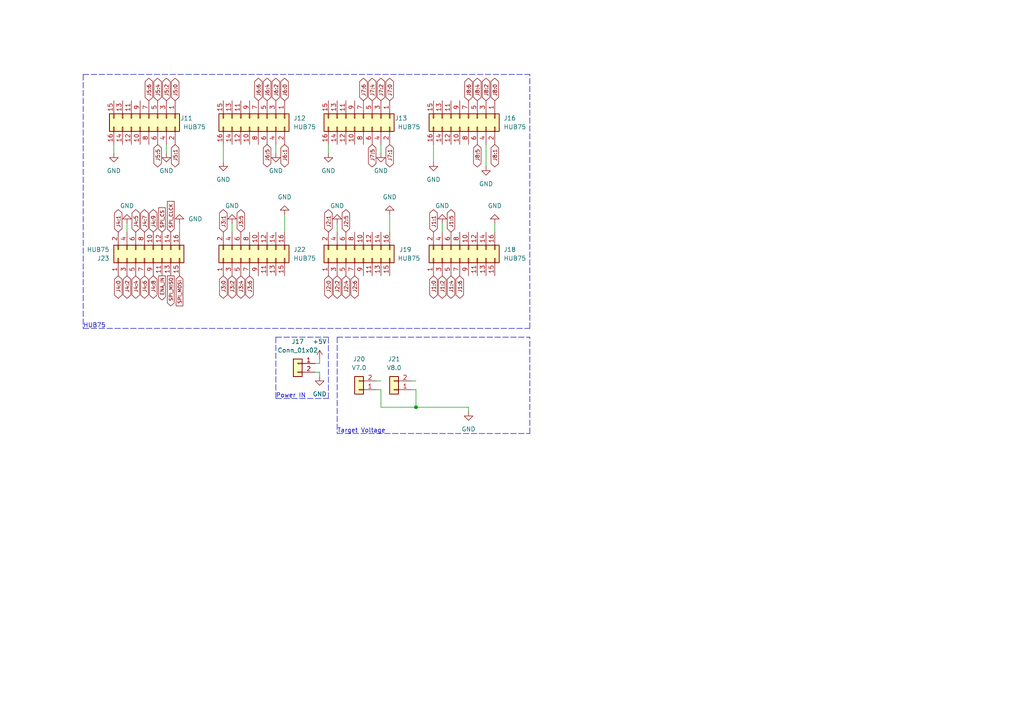
<source format=kicad_sch>
(kicad_sch (version 20230121) (generator eeschema)
  (paper "A4")
  (lib_symbols
    (symbol "Connector_Generic:Conn_01x02" (pin_names hide)
      (property "Reference" "J" (at 0 2.54 0))
      (property "Value" "Conn_01x02" (at 0 -5.08 0))
      (symbol "Conn_01x02_1_1"
        (rectangle (start -1.27 -2.413) (end 0 -2.667))
        (rectangle (start -1.27 0.127) (end 0 -0.127))
        (rectangle (start -1.27 1.27) (end 1.27 -3.81) (stroke (width 0.254)) (fill (type background)))
        (pin passive line (at -5.08 0 0) (length 3.81) (name "Pin_1") (number "1"))
        (pin passive line (at -5.08 -2.54 0) (length 3.81) (name "Pin_2") (number "2"))
      )
    )
    (symbol "Connector_Generic:Conn_02x08_Odd_Even" (pin_names hide)
      (property "Reference" "J" (at 1.27 10.16 0))
      (property "Value" "Conn_02x08_Odd_Even" (at 1.27 -12.7 0))
      (symbol "Conn_02x08_Odd_Even_1_1"
        (rectangle (start -1.27 -10.033) (end 0 -10.287))
        (rectangle (start -1.27 -7.493) (end 0 -7.747))
        (rectangle (start -1.27 -4.953) (end 0 -5.207))
        (rectangle (start -1.27 -2.413) (end 0 -2.667))
        (rectangle (start -1.27 0.127) (end 0 -0.127))
        (rectangle (start -1.27 2.667) (end 0 2.413))
        (rectangle (start -1.27 5.207) (end 0 4.953))
        (rectangle (start -1.27 7.747) (end 0 7.493))
        (rectangle (start -1.27 8.89) (end 3.81 -11.43) (stroke (width 0.254)) (fill (type background)))
        (rectangle (start 3.81 -10.033) (end 2.54 -10.287))
        (rectangle (start 3.81 -7.493) (end 2.54 -7.747))
        (rectangle (start 3.81 -4.953) (end 2.54 -5.207))
        (rectangle (start 3.81 -2.413) (end 2.54 -2.667))
        (rectangle (start 3.81 0.127) (end 2.54 -0.127))
        (rectangle (start 3.81 2.667) (end 2.54 2.413))
        (rectangle (start 3.81 5.207) (end 2.54 4.953))
        (rectangle (start 3.81 7.747) (end 2.54 7.493))
        (pin passive line (at -5.08 7.62 0) (length 3.81) (name "Pin_1") (number "1"))
        (pin passive line (at 7.62 -2.54 180) (length 3.81) (name "Pin_10") (number "10"))
        (pin passive line (at -5.08 -5.08 0) (length 3.81) (name "Pin_11") (number "11"))
        (pin passive line (at 7.62 -5.08 180) (length 3.81) (name "Pin_12") (number "12"))
        (pin passive line (at -5.08 -7.62 0) (length 3.81) (name "Pin_13") (number "13"))
        (pin passive line (at 7.62 -7.62 180) (length 3.81) (name "Pin_14") (number "14"))
        (pin passive line (at -5.08 -10.16 0) (length 3.81) (name "Pin_15") (number "15"))
        (pin passive line (at 7.62 -10.16 180) (length 3.81) (name "Pin_16") (number "16"))
        (pin passive line (at 7.62 7.62 180) (length 3.81) (name "Pin_2") (number "2"))
        (pin passive line (at -5.08 5.08 0) (length 3.81) (name "Pin_3") (number "3"))
        (pin passive line (at 7.62 5.08 180) (length 3.81) (name "Pin_4") (number "4"))
        (pin passive line (at -5.08 2.54 0) (length 3.81) (name "Pin_5") (number "5"))
        (pin passive line (at 7.62 2.54 180) (length 3.81) (name "Pin_6") (number "6"))
        (pin passive line (at -5.08 0 0) (length 3.81) (name "Pin_7") (number "7"))
        (pin passive line (at 7.62 0 180) (length 3.81) (name "Pin_8") (number "8"))
        (pin passive line (at -5.08 -2.54 0) (length 3.81) (name "Pin_9") (number "9"))
      )
    )
    (symbol "power:+5V" (power) (pin_names (offset 0))
      (property "Value" "+5V" (at 0 3.556 0))
      (symbol "+5V_0_1"
        (polyline (pts (xy -0.762 1.27) (xy 0 2.54)))
        (polyline (pts (xy 0 0) (xy 0 2.54)))
        (polyline (pts (xy 0 2.54) (xy 0.762 1.27)))
      )
      (symbol "+5V_1_1"
        (pin power_in line (at 0 0 90) (length 0) hide (name "+5V") (number "1"))
      )
    )
    (symbol "power:GND" (power) (pin_names (offset 0))
      (property "Value" "GND" (at 0 -3.81 0))
      (symbol "GND_0_1"
        (polyline (pts (xy 0 0) (xy 0 -1.27) (xy 1.27 -1.27) (xy 0 -2.54) (xy -1.27 -1.27) (xy 0 -1.27)))
      )
      (symbol "GND_1_1"
        (pin power_in line (at 0 0 270) (length 0) hide (name "GND") (number "1"))
      )
    )
  )
  (junction (at 120.65 118.11))
  (polyline (pts (xy 97.79 97.79) (xy 153.67 97.79)) (stroke (width 0) (type dash)))
  (wire (pts (xy 92.71 107.95) (xy 91.44 107.95)))
  (polyline (pts (xy 95.25 115.57) (xy 95.25 97.79)) (stroke (width 0) (type dash)))
  (polyline (pts (xy 153.67 125.73) (xy 153.67 97.79)) (stroke (width 0) (type dash)))
  (wire (pts (xy 110.49 41.91) (xy 110.49 44.45)))
  (wire (pts (xy 119.38 113.03) (xy 120.65 113.03)))
  (wire (pts (xy 64.77 41.91) (xy 64.77 46.99)))
  (polyline (pts (xy 24.13 95.25) (xy 153.67 95.25)) (stroke (width 0) (type dash)))
  (wire (pts (xy 97.79 67.31) (xy 97.79 64.77)))
  (wire (pts (xy 82.55 67.31) (xy 82.55 62.23)))
  (wire (pts (xy 33.02 41.91) (xy 33.02 44.45)))
  (wire (pts (xy 119.38 110.49) (xy 120.65 110.49)))
  (wire (pts (xy 140.97 41.91) (xy 140.97 48.26)))
  (wire (pts (xy 36.83 67.31) (xy 36.83 64.77)))
  (wire (pts (xy 95.25 41.91) (xy 95.25 44.45)))
  (polyline (pts (xy 24.13 21.59) (xy 153.67 21.59)) (stroke (width 0) (type dash)))
  (wire (pts (xy 80.01 41.91) (xy 80.01 44.45)))
  (wire (pts (xy 143.51 64.77) (xy 143.51 67.31)))
  (polyline (pts (xy 80.01 97.79) (xy 95.25 97.79)) (stroke (width 0) (type dash)))
  (polyline (pts (xy 97.79 97.79) (xy 97.79 125.73)) (stroke (width 0) (type dash)))
  (wire (pts (xy 113.03 67.31) (xy 113.03 62.23)))
  (wire (pts (xy 110.49 118.11) (xy 120.65 118.11)))
  (wire (pts (xy 120.65 118.11) (xy 135.89 118.11)))
  (wire (pts (xy 67.31 67.31) (xy 67.31 64.77)))
  (wire (pts (xy 92.71 107.95) (xy 92.71 109.22)))
  (polyline (pts (xy 24.13 21.59) (xy 24.13 95.25)) (stroke (width 0) (type dash)))
  (wire (pts (xy 128.27 64.77) (xy 128.27 67.31)))
  (polyline (pts (xy 80.01 115.57) (xy 95.25 115.57)) (stroke (width 0) (type dash)))
  (wire (pts (xy 110.49 118.11) (xy 110.49 113.03)))
  (wire (pts (xy 120.65 113.03) (xy 120.65 118.11)))
  (wire (pts (xy 109.22 110.49) (xy 110.49 110.49)))
  (wire (pts (xy 135.89 118.11) (xy 135.89 119.38)))
  (wire (pts (xy 92.71 105.41) (xy 91.44 105.41)))
  (wire (pts (xy 48.26 41.91) (xy 48.26 44.45)))
  (polyline (pts (xy 97.79 125.73) (xy 153.67 125.73)) (stroke (width 0) (type dash)))
  (wire (pts (xy 52.07 67.31) (xy 52.07 64.77)))
  (polyline (pts (xy 80.01 97.79) (xy 80.01 115.57)) (stroke (width 0) (type dash)))
  (wire (pts (xy 125.73 41.91) (xy 125.73 46.99)))
  (polyline (pts (xy 153.67 95.25) (xy 153.67 21.59)) (stroke (width 0) (type dash)))
  (wire (pts (xy 109.22 113.03) (xy 110.49 113.03)))
  (wire (pts (xy 92.71 104.14) (xy 92.71 105.41)))
  (text "Power IN" (at 80.01 115.57 0) (effects (font (size 1.27 1.27)) (justify left bottom)))
  (text "HUB75" (at 24.13 95.25 0) (effects (font (size 1.27 1.27)) (justify left bottom)))
  (text "Target Voltage" (at 97.79 125.73 0) (effects (font (size 1.27 1.27)) (justify left bottom)))
  (global_label "J7:0" (shape bidirectional) (at 113.03 29.21 90) (effects (font (size 1.1 1.1))) (property "Intersheetrefs" "${INTERSHEET_REFS}" (effects hide)))
  (global_label "J8:5" (shape bidirectional) (at 138.43 41.91 270) (effects (font (size 1.1 1.1))) (property "Intersheetrefs" "${INTERSHEET_REFS}" (effects hide)))
  (global_label "J2:2" (shape bidirectional) (at 97.79 80.01 270) (effects (font (size 1.1 1.1))) (property "Intersheetrefs" "${INTERSHEET_REFS}" (effects hide)))
  (global_label "J5:2" (shape bidirectional) (at 48.26 29.21 90) (effects (font (size 1.1 1.1))) (property "Intersheetrefs" "${INTERSHEET_REFS}" (effects hide)))
  (global_label "J4:8" (shape bidirectional) (at 44.45 80.01 270) (effects (font (size 1.1 1.1))) (property "Intersheetrefs" "${INTERSHEET_REFS}" (effects hide)))
  (global_label "J7:1" (shape bidirectional) (at 113.03 41.91 270) (effects (font (size 1.1 1.1))) (property "Intersheetrefs" "${INTERSHEET_REFS}" (effects hide)))
  (global_label "SPI_CS" (shape input) (at 46.99 67.31 90) (effects (font (size 1 1))) (property "Intersheetrefs" "${INTERSHEET_REFS}" (effects hide)))
  (global_label "J7:5" (shape bidirectional) (at 107.95 41.91 270) (effects (font (size 1.1 1.1))) (property "Intersheetrefs" "${INTERSHEET_REFS}" (effects hide)))
  (global_label "J5:0" (shape bidirectional) (at 50.8 29.21 90) (effects (font (size 1.1 1.1))) (property "Intersheetrefs" "${INTERSHEET_REFS}" (effects hide)))
  (global_label "J4:1" (shape bidirectional) (at 34.29 67.31 90) (effects (font (size 1.1 1.1))) (property "Intersheetrefs" "${INTERSHEET_REFS}" (effects hide)))
  (global_label "J6:5" (shape bidirectional) (at 77.47 41.91 270) (effects (font (size 1.1 1.1))) (property "Intersheetrefs" "${INTERSHEET_REFS}" (effects hide)))
  (global_label "J3:5" (shape bidirectional) (at 69.85 67.31 90) (effects (font (size 1.1 1.1))) (property "Intersheetrefs" "${INTERSHEET_REFS}" (effects hide)))
  (global_label "J7:2" (shape bidirectional) (at 110.49 29.21 90) (effects (font (size 1.1 1.1))) (property "Intersheetrefs" "${INTERSHEET_REFS}" (effects hide)))
  (global_label "J1:0" (shape bidirectional) (at 125.73 80.01 270) (effects (font (size 1.1 1.1))) (property "Intersheetrefs" "${INTERSHEET_REFS}" (effects hide)))
  (global_label "J5:1" (shape bidirectional) (at 50.8 41.91 270) (effects (font (size 1.1 1.1))) (property "Intersheetrefs" "${INTERSHEET_REFS}" (effects hide)))
  (global_label "J4:0" (shape bidirectional) (at 34.29 80.01 270) (effects (font (size 1.1 1.1))) (property "Intersheetrefs" "${INTERSHEET_REFS}" (effects hide)))
  (global_label "SPI_MISO" (shape output) (at 49.53 80.01 270) (effects (font (size 1 1))) (property "Intersheetrefs" "${INTERSHEET_REFS}" (effects hide)))
  (global_label "J4:6" (shape bidirectional) (at 41.91 80.01 270) (effects (font (size 1.1 1.1))) (property "Intersheetrefs" "${INTERSHEET_REFS}" (effects hide)))
  (global_label "J6:1" (shape bidirectional) (at 82.55 41.91 270) (effects (font (size 1.1 1.1))) (property "Intersheetrefs" "${INTERSHEET_REFS}" (effects hide)))
  (global_label "J6:6" (shape bidirectional) (at 74.93 29.21 90) (effects (font (size 1.1 1.1))) (property "Intersheetrefs" "${INTERSHEET_REFS}" (effects hide)))
  (global_label "J2:6" (shape bidirectional) (at 102.87 80.01 270) (effects (font (size 1.1 1.1))) (property "Intersheetrefs" "${INTERSHEET_REFS}" (effects hide)))
  (global_label "J8:6" (shape bidirectional) (at 135.89 29.21 90) (effects (font (size 1.1 1.1))) (property "Intersheetrefs" "${INTERSHEET_REFS}" (effects hide)))
  (global_label "J5:4" (shape bidirectional) (at 45.72 29.21 90) (effects (font (size 1.1 1.1))) (property "Intersheetrefs" "${INTERSHEET_REFS}" (effects hide)))
  (global_label "J8:1" (shape bidirectional) (at 143.51 41.91 270) (effects (font (size 1.1 1.1))) (property "Intersheetrefs" "${INTERSHEET_REFS}" (effects hide)))
  (global_label "J6:0" (shape bidirectional) (at 82.55 29.21 90) (effects (font (size 1.1 1.1))) (property "Intersheetrefs" "${INTERSHEET_REFS}" (effects hide)))
  (global_label "J3:0" (shape bidirectional) (at 64.77 80.01 270) (effects (font (size 1.1 1.1))) (property "Intersheetrefs" "${INTERSHEET_REFS}" (effects hide)))
  (global_label "J3:1" (shape bidirectional) (at 64.77 67.31 90) (effects (font (size 1.1 1.1))) (property "Intersheetrefs" "${INTERSHEET_REFS}" (effects hide)))
  (global_label "J8:2" (shape bidirectional) (at 140.97 29.21 90) (effects (font (size 1.1 1.1))) (property "Intersheetrefs" "${INTERSHEET_REFS}" (effects hide)))
  (global_label "J6:2" (shape bidirectional) (at 80.01 29.21 90) (effects (font (size 1.1 1.1))) (property "Intersheetrefs" "${INTERSHEET_REFS}" (effects hide)))
  (global_label "J4:2" (shape bidirectional) (at 36.83 80.01 270) (effects (font (size 1.1 1.1))) (property "Intersheetrefs" "${INTERSHEET_REFS}" (effects hide)))
  (global_label "J5:6" (shape bidirectional) (at 43.18 29.21 90) (effects (font (size 1.1 1.1))) (property "Intersheetrefs" "${INTERSHEET_REFS}" (effects hide)))
  (global_label "J7:6" (shape bidirectional) (at 105.41 29.21 90) (effects (font (size 1.1 1.1))) (property "Intersheetrefs" "${INTERSHEET_REFS}" (effects hide)))
  (global_label "J3:6" (shape bidirectional) (at 72.39 80.01 270) (effects (font (size 1.1 1.1))) (property "Intersheetrefs" "${INTERSHEET_REFS}" (effects hide)))
  (global_label "J2:5" (shape bidirectional) (at 100.33 67.31 90) (effects (font (size 1.1 1.1))) (property "Intersheetrefs" "${INTERSHEET_REFS}" (effects hide)))
  (global_label "J7:4" (shape bidirectional) (at 107.95 29.21 90) (effects (font (size 1.1 1.1))) (property "Intersheetrefs" "${INTERSHEET_REFS}" (effects hide)))
  (global_label "J8:0" (shape bidirectional) (at 143.51 29.21 90) (effects (font (size 1.1 1.1))) (property "Intersheetrefs" "${INTERSHEET_REFS}" (effects hide)))
  (global_label "SPI_CLCK" (shape input) (at 49.53 67.31 90) (effects (font (size 1 1))) (property "Intersheetrefs" "${INTERSHEET_REFS}" (effects hide)))
  (global_label "SPI_MOSI" (shape input) (at 52.07 80.01 270) (effects (font (size 1 1))) (property "Intersheetrefs" "${INTERSHEET_REFS}" (effects hide)))
  (global_label "J1:1" (shape bidirectional) (at 125.73 67.31 90) (effects (font (size 1.1 1.1))) (property "Intersheetrefs" "${INTERSHEET_REFS}" (effects hide)))
  (global_label "J6:4" (shape bidirectional) (at 77.47 29.21 90) (effects (font (size 1.1 1.1))) (property "Intersheetrefs" "${INTERSHEET_REFS}" (effects hide)))
  (global_label "J3:4" (shape bidirectional) (at 69.85 80.01 270) (effects (font (size 1.1 1.1))) (property "Intersheetrefs" "${INTERSHEET_REFS}" (effects hide)))
  (global_label "J4:7" (shape bidirectional) (at 41.91 67.31 90) (effects (font (size 1.1 1.1))) (property "Intersheetrefs" "${INTERSHEET_REFS}" (effects hide)))
  (global_label "J4:4" (shape bidirectional) (at 39.37 80.01 270) (effects (font (size 1.1 1.1))) (property "Intersheetrefs" "${INTERSHEET_REFS}" (effects hide)))
  (global_label "J1:2" (shape bidirectional) (at 128.27 80.01 270) (effects (font (size 1.1 1.1))) (property "Intersheetrefs" "${INTERSHEET_REFS}" (effects hide)))
  (global_label "J2:0" (shape bidirectional) (at 95.25 80.01 270) (effects (font (size 1.1 1.1))) (property "Intersheetrefs" "${INTERSHEET_REFS}" (effects hide)))
  (global_label "J2:1" (shape bidirectional) (at 95.25 67.31 90) (effects (font (size 1.1 1.1))) (property "Intersheetrefs" "${INTERSHEET_REFS}" (effects hide)))
  (global_label "J1:6" (shape bidirectional) (at 133.35 80.01 270) (effects (font (size 1.1 1.1))) (property "Intersheetrefs" "${INTERSHEET_REFS}" (effects hide)))
  (global_label "ENA_IN" (shape output) (at 46.99 80.01 270) (effects (font (size 1 1))) (property "Intersheetrefs" "${INTERSHEET_REFS}" (effects hide)))
  (global_label "J2:4" (shape bidirectional) (at 100.33 80.01 270) (effects (font (size 1.1 1.1))) (property "Intersheetrefs" "${INTERSHEET_REFS}" (effects hide)))
  (global_label "J1:5" (shape bidirectional) (at 130.81 67.31 90) (effects (font (size 1.1 1.1))) (property "Intersheetrefs" "${INTERSHEET_REFS}" (effects hide)))
  (global_label "J4:5" (shape bidirectional) (at 39.37 67.31 90) (effects (font (size 1.1 1.1))) (property "Intersheetrefs" "${INTERSHEET_REFS}" (effects hide)))
  (global_label "J1:4" (shape bidirectional) (at 130.81 80.01 270) (effects (font (size 1.1 1.1))) (property "Intersheetrefs" "${INTERSHEET_REFS}" (effects hide)))
  (global_label "J5:5" (shape bidirectional) (at 45.72 41.91 270) (effects (font (size 1.1 1.1))) (property "Intersheetrefs" "${INTERSHEET_REFS}" (effects hide)))
  (global_label "J3:2" (shape bidirectional) (at 67.31 80.01 270) (effects (font (size 1.1 1.1))) (property "Intersheetrefs" "${INTERSHEET_REFS}" (effects hide)))
  (global_label "J4:9" (shape bidirectional) (at 44.45 67.31 90) (effects (font (size 1.1 1.1))) (property "Intersheetrefs" "${INTERSHEET_REFS}" (effects hide)))
  (global_label "J8:4" (shape bidirectional) (at 138.43 29.21 90) (effects (font (size 1.1 1.1))) (property "Intersheetrefs" "${INTERSHEET_REFS}" (effects hide)))
  (symbol (lib_id "Connector_Generic:Conn_01x02") (at 86.36 105.41 0) (mirror y) (unit 1)
    (property "Reference" "J17" (at 86.36 99.06 0))
    (property "Value" "Conn_01x02" (at 86.36 101.6 0))
    (property "Footprint" "Connector_Wire:SolderWire-0.5sqmm_1x02_P4.6mm_D0.9mm_OD2.1mm_Relief" (effects hide))
    (instances (project "chubby-hat" (path "" (reference "J17") (unit 1))) (project "HUB75HAT" (path "" (reference "J10") (unit 1))))
  )
  (symbol (lib_id "power:GND") (at 67.31 64.77 180) (unit 1)
    (property "Reference" "#PWR087" (effects hide))
    (property "Value" "GND" (at 67.31 59.69 0))
    (instances (project "chubby-hat" (path "" (reference "#PWR087") (unit 1))) (project "HUB75HAT" (path "" (reference "#PWR049") (unit 1))))
  )
  (symbol (lib_id "power:GND") (at 64.77 46.99 0) (unit 1)
    (property "Reference" "#PWR072" (effects hide))
    (property "Value" "GND" (at 64.77 52.07 0))
    (instances (project "chubby-hat" (path "" (reference "#PWR072") (unit 1))) (project "HUB75HAT" (path "" (reference "#PWR034") (unit 1))))
  )
  (symbol (lib_id "power:GND") (at 92.71 109.22 0) (mirror y) (unit 1)
    (property "Reference" "#PWR082" (effects hide))
    (property "Value" "GND" (at 92.71 114.3 0))
    (instances (project "chubby-hat" (path "" (reference "#PWR082") (unit 1))) (project "HUB75HAT" (path "" (reference "#PWR044") (unit 1))))
  )
  (symbol (lib_id "power:GND") (at 80.01 44.45 0) (unit 1)
    (property "Reference" "#PWR074" (effects hide))
    (property "Value" "GND" (at 80.01 49.53 0))
    (instances (project "chubby-hat" (path "" (reference "#PWR074") (unit 1))) (project "HUB75HAT" (path "" (reference "#PWR036") (unit 1))))
  )
  (symbol (lib_id "Connector_Generic:Conn_02x08_Odd_Even") (at 41.91 74.93 90) (unit 1)
    (property "Reference" "J23" (at 31.75 74.9301 90) (effects (justify left)))
    (property "Value" "HUB75" (at 31.75 72.3901 90) (effects (justify left)))
    (property "Footprint" "Connector_PinSocket_2.54mm:PinSocket_2x08_P2.54mm_Vertical" (effects hide))
    (instances (project "chubby-hat" (path "" (reference "J23") (unit 1))) (project "HUB75HAT" (path "" (reference "J16") (unit 1))))
  )
  (symbol (lib_id "power:GND") (at 125.73 46.99 0) (unit 1)
    (property "Reference" "#PWR076" (effects hide))
    (property "Value" "GND" (at 125.73 52.07 0))
    (instances (project "chubby-hat" (path "" (reference "#PWR076") (unit 1))) (project "HUB75HAT" (path "" (reference "#PWR038") (unit 1))))
  )
  (symbol (lib_id "Connector_Generic:Conn_02x08_Odd_Even") (at 102.87 74.93 90) (unit 1)
    (property "Reference" "J19" (at 119.38 72.39 90) (effects (justify left)))
    (property "Value" "HUB75" (at 121.92 74.93 90) (effects (justify left)))
    (property "Footprint" "Connector_PinSocket_2.54mm:PinSocket_2x08_P2.54mm_Vertical" (effects hide))
    (instances (project "chubby-hat" (path "" (reference "J19") (unit 1))) (project "HUB75HAT" (path "" (reference "J12") (unit 1))))
  )
  (symbol (lib_id "power:+5V") (at 92.71 104.14 0) (mirror y) (unit 1)
    (property "Reference" "#PWR081" (effects hide))
    (property "Value" "+5V" (at 92.71 99.06 0))
    (instances (project "chubby-hat" (path "" (reference "#PWR081") (unit 1))) (project "HUB75HAT" (path "" (reference "#PWR043") (unit 1))))
  )
  (symbol (lib_id "power:GND") (at 143.51 64.77 180) (unit 1)
    (property "Reference" "#PWR085" (effects hide))
    (property "Value" "GND" (at 143.51 59.69 0))
    (instances (project "chubby-hat" (path "" (reference "#PWR085") (unit 1))) (project "HUB75HAT" (path "" (reference "#PWR047") (unit 1))))
  )
  (symbol (lib_id "power:GND") (at 52.07 64.77 180) (unit 1)
    (property "Reference" "#PWR086" (effects hide))
    (property "Value" "GND" (at 54.61 63.5001 0) (effects (justify right)))
    (instances (project "chubby-hat" (path "" (reference "#PWR086") (unit 1))) (project "HUB75HAT" (path "" (reference "#PWR048") (unit 1))))
  )
  (symbol (lib_id "power:GND") (at 97.79 64.77 180) (unit 1)
    (property "Reference" "#PWR084" (effects hide))
    (property "Value" "GND" (at 97.79 59.69 0))
    (instances (project "chubby-hat" (path "" (reference "#PWR084") (unit 1))) (project "HUB75HAT" (path "" (reference "#PWR046") (unit 1))))
  )
  (symbol (lib_id "power:GND") (at 135.89 119.38 0) (mirror y) (unit 1)
    (property "Reference" "#PWR089" (effects hide))
    (property "Value" "GND" (at 135.89 124.46 0))
    (instances (project "chubby-hat" (path "" (reference "#PWR089") (unit 1))) (project "HUB75HAT" (path "" (reference "#PWR051") (unit 1))))
  )
  (symbol (lib_id "Connector_Generic:Conn_02x08_Odd_Even") (at 74.93 34.29 270) (unit 1)
    (property "Reference" "J12" (at 85.09 34.2899 90) (effects (justify left)))
    (property "Value" "HUB75" (at 85.09 36.8299 90) (effects (justify left)))
    (property "Footprint" "Connector_PinSocket_2.54mm:PinSocket_2x08_P2.54mm_Vertical" (effects hide))
    (instances (project "chubby-hat" (path "" (reference "J12") (unit 1))) (project "HUB75HAT" (path "" (reference "J5") (unit 1))))
  )
  (symbol (lib_id "power:GND") (at 48.26 44.45 0) (unit 1)
    (property "Reference" "#PWR073" (effects hide))
    (property "Value" "GND" (at 48.26 49.53 0))
    (instances (project "chubby-hat" (path "" (reference "#PWR073") (unit 1))) (project "HUB75HAT" (path "" (reference "#PWR035") (unit 1))))
  )
  (symbol (lib_id "Connector_Generic:Conn_02x08_Odd_Even") (at 72.39 74.93 90) (unit 1)
    (property "Reference" "J22" (at 85.09 72.3899 90) (effects (justify right)))
    (property "Value" "HUB75" (at 85.09 74.9299 90) (effects (justify right)))
    (property "Footprint" "Connector_PinSocket_2.54mm:PinSocket_2x08_P2.54mm_Vertical" (effects hide))
    (instances (project "chubby-hat" (path "" (reference "J22") (unit 1))) (project "HUB75HAT" (path "" (reference "J15") (unit 1))))
  )
  (symbol (lib_id "power:GND") (at 140.97 48.26 0) (unit 1)
    (property "Reference" "#PWR078" (effects hide))
    (property "Value" "GND" (at 140.97 53.34 0))
    (instances (project "chubby-hat" (path "" (reference "#PWR078") (unit 1))) (project "HUB75HAT" (path "" (reference "#PWR040") (unit 1))))
  )
  (symbol (lib_id "power:GND") (at 82.55 62.23 180) (unit 1)
    (property "Reference" "#PWR091" (effects hide))
    (property "Value" "GND" (at 82.55 57.15 0))
    (instances (project "chubby-hat" (path "" (reference "#PWR091") (unit 1))) (project "HUB75HAT" (path "" (reference "#PWR053") (unit 1))))
  )
  (symbol (lib_id "Connector_Generic:Conn_02x08_Odd_Even") (at 133.35 74.93 90) (unit 1)
    (property "Reference" "J18" (at 146.05 72.3899 90) (effects (justify right)))
    (property "Value" "HUB75" (at 146.05 74.9299 90) (effects (justify right)))
    (property "Footprint" "Connector_PinSocket_2.54mm:PinSocket_2x08_P2.54mm_Vertical" (effects hide))
    (instances (project "chubby-hat" (path "" (reference "J18") (unit 1))) (project "HUB75HAT" (path "" (reference "J11") (unit 1))))
  )
  (symbol (lib_id "power:GND") (at 110.49 44.45 0) (unit 1)
    (property "Reference" "#PWR077" (effects hide))
    (property "Value" "GND" (at 110.49 49.53 0))
    (instances (project "chubby-hat" (path "" (reference "#PWR077") (unit 1))) (project "HUB75HAT" (path "" (reference "#PWR039") (unit 1))))
  )
  (symbol (lib_id "Connector_Generic:Conn_01x02") (at 114.3 113.03 180) (unit 1)
    (property "Reference" "J21" (at 114.3 104.14 0))
    (property "Value" "V8.0" (at 114.3 106.68 0))
    (property "Footprint" "Connector_PinHeader_2.54mm:PinHeader_1x02_P2.54mm_Vertical" (effects hide))
    (instances (project "chubby-hat" (path "" (reference "J21") (unit 1))) (project "HUB75HAT" (path "" (reference "J14") (unit 1))))
  )
  (symbol (lib_id "power:GND") (at 113.03 62.23 180) (unit 1)
    (property "Reference" "#PWR080" (effects hide))
    (property "Value" "GND" (at 113.03 57.15 0))
    (instances (project "chubby-hat" (path "" (reference "#PWR080") (unit 1))) (project "HUB75HAT" (path "" (reference "#PWR042") (unit 1))))
  )
  (symbol (lib_id "Connector_Generic:Conn_01x02") (at 104.14 113.03 180) (unit 1)
    (property "Reference" "J20" (at 104.14 104.14 0))
    (property "Value" "V7.0" (at 104.14 106.68 0))
    (property "Footprint" "Connector_PinHeader_2.54mm:PinHeader_1x02_P2.54mm_Vertical" (effects hide))
    (instances (project "chubby-hat" (path "" (reference "J20") (unit 1))) (project "HUB75HAT" (path "" (reference "J13") (unit 1))))
  )
  (symbol (lib_id "power:GND") (at 95.25 44.45 0) (unit 1)
    (property "Reference" "#PWR079" (effects hide))
    (property "Value" "GND" (at 95.25 49.53 0))
    (instances (project "chubby-hat" (path "" (reference "#PWR079") (unit 1))) (project "HUB75HAT" (path "" (reference "#PWR041") (unit 1))))
  )
  (symbol (lib_id "Connector_Generic:Conn_02x08_Odd_Even") (at 43.18 34.29 270) (unit 1)
    (property "Reference" "J11" (at 55.88 34.29 90) (effects (justify right)))
    (property "Value" "HUB75" (at 59.69 36.83 90) (effects (justify right)))
    (property "Footprint" "Connector_PinSocket_2.54mm:PinSocket_2x08_P2.54mm_Vertical" (effects hide))
    (instances (project "chubby-hat" (path "" (reference "J11") (unit 1))) (project "HUB75HAT" (path "" (reference "J4") (unit 1))))
  )
  (symbol (lib_id "Connector_Generic:Conn_02x08_Odd_Even") (at 105.41 34.29 270) (unit 1)
    (property "Reference" "J13" (at 118.11 34.29 90) (effects (justify right)))
    (property "Value" "HUB75" (at 121.92 36.83 90) (effects (justify right)))
    (property "Footprint" "Connector_PinSocket_2.54mm:PinSocket_2x08_P2.54mm_Vertical" (effects hide))
    (instances (project "chubby-hat" (path "" (reference "J13") (unit 1))) (project "HUB75HAT" (path "" (reference "J6") (unit 1))))
  )
  (symbol (lib_id "power:GND") (at 128.27 64.77 180) (unit 1)
    (property "Reference" "#PWR083" (effects hide))
    (property "Value" "GND" (at 128.27 59.69 0))
    (instances (project "chubby-hat" (path "" (reference "#PWR083") (unit 1))) (project "HUB75HAT" (path "" (reference "#PWR045") (unit 1))))
  )
  (symbol (lib_id "power:GND") (at 33.02 44.45 0) (unit 1)
    (property "Reference" "#PWR075" (effects hide))
    (property "Value" "GND" (at 33.02 49.53 0))
    (instances (project "chubby-hat" (path "" (reference "#PWR075") (unit 1))) (project "HUB75HAT" (path "" (reference "#PWR037") (unit 1))))
  )
  (symbol (lib_id "power:GND") (at 36.83 64.77 180) (unit 1)
    (property "Reference" "#PWR090" (effects hide))
    (property "Value" "GND" (at 36.83 59.69 0))
    (instances (project "chubby-hat" (path "" (reference "#PWR090") (unit 1))) (project "HUB75HAT" (path "" (reference "#PWR052") (unit 1))))
  )
  (symbol (lib_id "Connector_Generic:Conn_02x08_Odd_Even") (at 135.89 34.29 270) (unit 1)
    (property "Reference" "J16" (at 146.05 34.2899 90) (effects (justify left)))
    (property "Value" "HUB75" (at 146.05 36.8299 90) (effects (justify left)))
    (property "Footprint" "Connector_PinSocket_2.54mm:PinSocket_2x08_P2.54mm_Vertical" (effects hide))
    (instances (project "chubby-hat" (path "" (reference "J16") (unit 1))) (project "HUB75HAT" (path "" (reference "J9") (unit 1))))
  )
)
</source>
